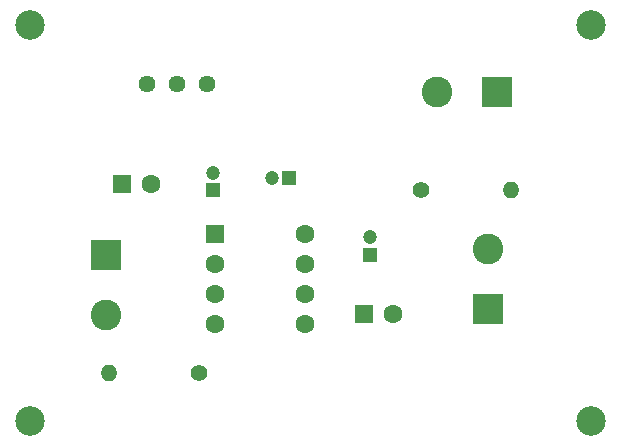
<source format=gbr>
%TF.GenerationSoftware,KiCad,Pcbnew,8.0.5*%
%TF.CreationDate,2024-12-26T15:01:40+03:00*%
%TF.ProjectId,LM386_Audio_Amplifier,4c4d3338-365f-4417-9564-696f5f416d70,v01*%
%TF.SameCoordinates,Original*%
%TF.FileFunction,Soldermask,Top*%
%TF.FilePolarity,Negative*%
%FSLAX46Y46*%
G04 Gerber Fmt 4.6, Leading zero omitted, Abs format (unit mm)*
G04 Created by KiCad (PCBNEW 8.0.5) date 2024-12-26 15:01:40*
%MOMM*%
%LPD*%
G01*
G04 APERTURE LIST*
%ADD10C,2.500000*%
%ADD11C,1.440000*%
%ADD12R,2.600000X2.600000*%
%ADD13C,2.600000*%
%ADD14R,1.600000X1.600000*%
%ADD15C,1.600000*%
%ADD16C,1.400000*%
%ADD17O,1.400000X1.400000*%
%ADD18R,1.200000X1.200000*%
%ADD19C,1.200000*%
G04 APERTURE END LIST*
D10*
%TO.C,H4*%
X108000000Y-55000000D03*
%TD*%
%TO.C,H3*%
X155500000Y-55000000D03*
%TD*%
%TO.C,H2*%
X155500000Y-88500000D03*
%TD*%
%TO.C,H1*%
X108000000Y-88500000D03*
%TD*%
D11*
%TO.C,POT*%
X117920000Y-60000000D03*
X120460000Y-60000000D03*
X123000000Y-60000000D03*
%TD*%
D12*
%TO.C,J2*%
X147545000Y-60695000D03*
D13*
X142465000Y-60695000D03*
%TD*%
D14*
%TO.C,LM386*%
X123690000Y-72700000D03*
D15*
X123690000Y-75240000D03*
X123690000Y-77780000D03*
X123690000Y-80320000D03*
X131310000Y-80320000D03*
X131310000Y-77780000D03*
X131310000Y-75240000D03*
X131310000Y-72700000D03*
%TD*%
D16*
%TO.C,R2*%
X141115000Y-68965000D03*
D17*
X148735000Y-68965000D03*
%TD*%
D16*
%TO.C,R1*%
X122310000Y-84500000D03*
D17*
X114690000Y-84500000D03*
%TD*%
D12*
%TO.C,J3*%
X114500000Y-74500000D03*
D13*
X114500000Y-79580000D03*
%TD*%
D12*
%TO.C,J1*%
X146805000Y-79045000D03*
D13*
X146805000Y-73965000D03*
%TD*%
D18*
%TO.C,C5*%
X130000000Y-68000000D03*
D19*
X128500000Y-68000000D03*
%TD*%
D18*
%TO.C,C4*%
X123500000Y-69000000D03*
D19*
X123500000Y-67500000D03*
%TD*%
D14*
%TO.C,C3*%
X136305000Y-79465000D03*
D15*
X138805000Y-79465000D03*
%TD*%
D14*
%TO.C,C2*%
X115794888Y-68500000D03*
D15*
X118294888Y-68500000D03*
%TD*%
D18*
%TO.C,C1*%
X136805000Y-74465000D03*
D19*
X136805000Y-72965000D03*
%TD*%
M02*

</source>
